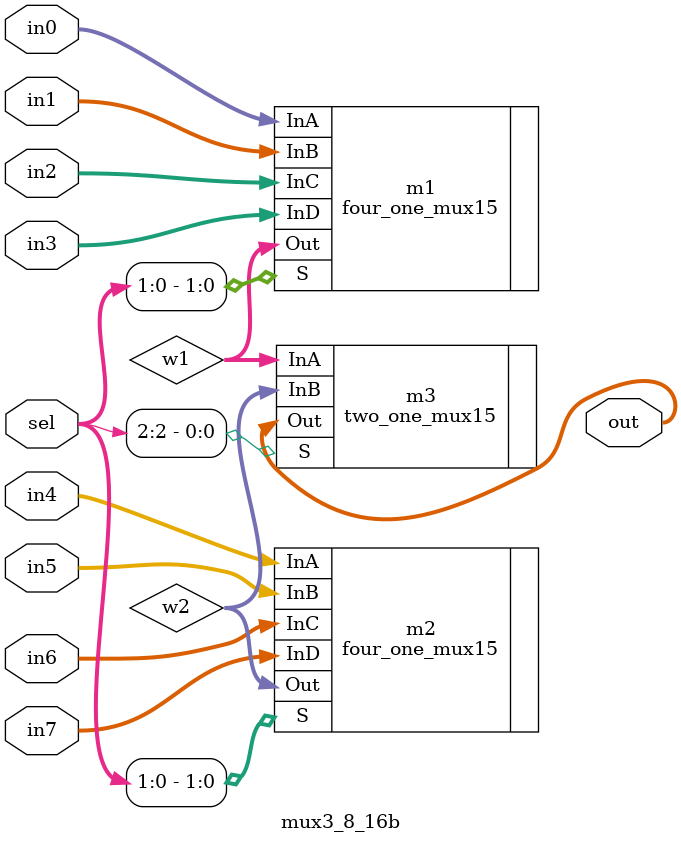
<source format=v>
module mux3_8_16b(in0, in1, in2, in3, in4, in5, in6, in7, sel, out);

input [15:0] in0, in1, in2, in3, in4, in5, in6, in7;
input [2:0] sel;
output [15:0] out;

wire [15:0] w1, w2;
//have decoder but only enable selected one, wire data to all of them


four_one_mux15 m1(.Out(w1), .InA(in0), .InB(in1), .InC(in2), .InD(in3), .S(sel[1:0]));
four_one_mux15 m2(.Out(w2), .InA(in4), .InB(in5), .InC(in6), .InD(in7), .S(sel[1:0]));
two_one_mux15 m3(.Out(out), .InA(w1), .InB(w2), .S(sel[2]));

endmodule
</source>
